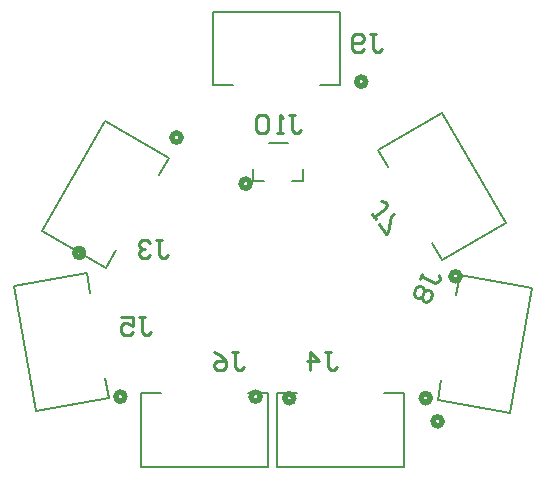
<source format=gbo>
G04*
G04 #@! TF.GenerationSoftware,Altium Limited,Altium Designer,21.6.4 (81)*
G04*
G04 Layer_Color=32896*
%FSLAX44Y44*%
%MOMM*%
G71*
G04*
G04 #@! TF.SameCoordinates,DF212875-D8BF-4E07-B13E-23ADC2DC1FEB*
G04*
G04*
G04 #@! TF.FilePolarity,Positive*
G04*
G01*
G75*
%ADD10C,0.5080*%
%ADD13C,0.1524*%
%ADD14C,0.2540*%
D10*
X724091Y1394152D02*
G03*
X724091Y1394152I-3810J0D01*
G01*
X641699Y1296433D02*
G03*
X641699Y1296433I-3810J0D01*
G01*
X935101Y1173480D02*
G03*
X935101Y1173480I-3810J0D01*
G01*
X819531Y1173480D02*
G03*
X819531Y1173480I-3810J0D01*
G01*
X880491Y1441450D02*
G03*
X880491Y1441450I-3810J0D01*
G01*
X960311Y1276658D02*
G03*
X960311Y1276658I-3810J0D01*
G01*
X945164Y1153865D02*
G03*
X945164Y1153865I-3810J0D01*
G01*
X782621Y1355090D02*
G03*
X782621Y1355090I-3810J0D01*
G01*
X676529Y1174750D02*
G03*
X676529Y1174750I-3810J0D01*
G01*
X791069D02*
G03*
X791069Y1174750I-3810J0D01*
G01*
D13*
X660462Y1284094D02*
X668880Y1298676D01*
X705764Y1362560D02*
X714183Y1377142D01*
X606349Y1315336D02*
X660462Y1284094D01*
X606349Y1315336D02*
X660070Y1408384D01*
X714183Y1377142D01*
X659885Y1190255D02*
X662808Y1173673D01*
X644152Y1279483D02*
X647075Y1262901D01*
X601274Y1162823D02*
X662808Y1173673D01*
X582617Y1268633D02*
X601274Y1162823D01*
X582617Y1268633D02*
X644152Y1279483D01*
X891097Y1383492D02*
X899516Y1368910D01*
X751459Y1438226D02*
X768297D01*
X842063D02*
X858901D01*
X751459D02*
Y1500710D01*
X858901D01*
Y1438226D02*
Y1500710D01*
X936399Y1305026D02*
X944818Y1290444D01*
X891097Y1383492D02*
X945210Y1414734D01*
X998931Y1321687D01*
X944818Y1290444D02*
X998931Y1321687D01*
X956999Y1261163D02*
X959923Y1277745D01*
X941266Y1171935D02*
X944190Y1188517D01*
X959923Y1277745D02*
X1021458Y1266895D01*
X1002801Y1161085D02*
X1021458Y1266895D01*
X941266Y1171935D02*
X1002801Y1161085D01*
X798174Y1389136D02*
X814565D01*
X827579Y1357640D02*
Y1367488D01*
X817999Y1357640D02*
X827579D01*
X785161D02*
Y1367488D01*
Y1357640D02*
X794741D01*
X690499Y1115490D02*
Y1177974D01*
Y1115490D02*
X797941D01*
Y1177974D01*
X690499D02*
X707337D01*
X781103D02*
X797941D01*
X805039Y1115490D02*
Y1177974D01*
Y1115490D02*
X912481D01*
Y1177974D01*
X805039D02*
X821877D01*
X895644D02*
X912481D01*
D14*
X703339Y1307408D02*
X708418D01*
X705879D01*
Y1294712D01*
X708418Y1292173D01*
X710957D01*
X713496Y1294712D01*
X698261Y1304869D02*
X695722Y1307408D01*
X690643D01*
X688104Y1304869D01*
Y1302330D01*
X690643Y1299791D01*
X693183D01*
X690643D01*
X688104Y1297251D01*
Y1294712D01*
X690643Y1292173D01*
X695722D01*
X698261Y1294712D01*
X767079Y1212848D02*
X772158D01*
X769618D01*
Y1200152D01*
X772158Y1197613D01*
X774697D01*
X777236Y1200152D01*
X751844Y1212848D02*
X756923Y1210308D01*
X762001Y1205230D01*
Y1200152D01*
X759462Y1197613D01*
X754383D01*
X751844Y1200152D01*
Y1202691D01*
X754383Y1205230D01*
X762001D01*
X688339Y1242057D02*
X693418D01*
X690878D01*
Y1229362D01*
X693418Y1226823D01*
X695957D01*
X698496Y1229362D01*
X673104Y1242057D02*
X683261D01*
Y1234440D01*
X678183Y1236979D01*
X675643D01*
X673104Y1234440D01*
Y1229362D01*
X675643Y1226823D01*
X680722D01*
X683261Y1229362D01*
X815337Y1413508D02*
X820415D01*
X817876D01*
Y1400812D01*
X820415Y1398273D01*
X822955D01*
X825494Y1400812D01*
X810259Y1398273D02*
X805180D01*
X807720D01*
Y1413508D01*
X810259Y1410968D01*
X797563D02*
X795024Y1413508D01*
X789945D01*
X787406Y1410968D01*
Y1400812D01*
X789945Y1398273D01*
X795024D01*
X797563Y1400812D01*
Y1410968D01*
X883919Y1482088D02*
X888997D01*
X886458D01*
Y1469392D01*
X888997Y1466852D01*
X891536D01*
X894076Y1469392D01*
X878841D02*
X876301Y1466852D01*
X871223D01*
X868684Y1469392D01*
Y1479548D01*
X871223Y1482088D01*
X876301D01*
X878841Y1479548D01*
Y1477009D01*
X876301Y1474470D01*
X868684D01*
X926349Y1274251D02*
X928495Y1278853D01*
X927422Y1276552D01*
X938929Y1271186D01*
X942303Y1272414D01*
X943376Y1274716D01*
X942148Y1278090D01*
X926504Y1268575D02*
X923130Y1267347D01*
X920984Y1262744D01*
X922212Y1259370D01*
X924513Y1258297D01*
X927888Y1259525D01*
X929116Y1256151D01*
X931417Y1255077D01*
X934791Y1256306D01*
X936938Y1260908D01*
X935709Y1264283D01*
X933408Y1265356D01*
X930034Y1264127D01*
X928806Y1267502D01*
X926504Y1268575D01*
X930034Y1264127D02*
X927888Y1259525D01*
X888924Y1324861D02*
X886011Y1329021D01*
X887467Y1326941D01*
X897867Y1334223D01*
X898491Y1337759D01*
X897034Y1339839D01*
X893498Y1340463D01*
X891836Y1320701D02*
X897662Y1312381D01*
X899742Y1313837D01*
X902236Y1327983D01*
X904316Y1329439D01*
X845819Y1212848D02*
X850898D01*
X848358D01*
Y1200152D01*
X850898Y1197613D01*
X853437D01*
X855976Y1200152D01*
X833123Y1197613D02*
Y1212848D01*
X840741Y1205230D01*
X830584D01*
M02*

</source>
